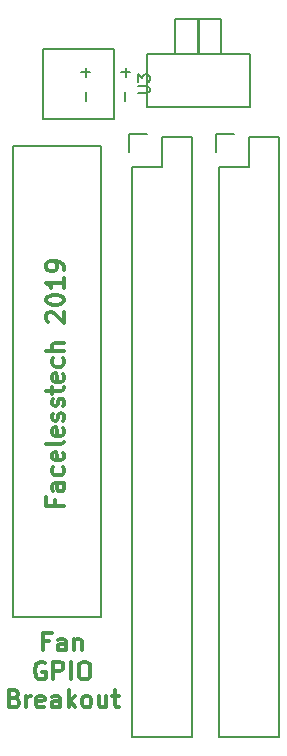
<source format=gbr>
G04 #@! TF.GenerationSoftware,KiCad,Pcbnew,5.0.2+dfsg1-1~bpo9+1*
G04 #@! TF.CreationDate,2019-07-06T14:36:30+01:00*
G04 #@! TF.ProjectId,pi_gpio_breakout_fan,70695f67-7069-46f5-9f62-7265616b6f75,rev?*
G04 #@! TF.SameCoordinates,Original*
G04 #@! TF.FileFunction,Legend,Top*
G04 #@! TF.FilePolarity,Positive*
%FSLAX46Y46*%
G04 Gerber Fmt 4.6, Leading zero omitted, Abs format (unit mm)*
G04 Created by KiCad (PCBNEW 5.0.2+dfsg1-1~bpo9+1) date Sat 06 Jul 2019 14:36:30 BST*
%MOMM*%
%LPD*%
G01*
G04 APERTURE LIST*
%ADD10C,0.300000*%
%ADD11C,0.150000*%
G04 APERTURE END LIST*
D10*
X137343071Y-151137157D02*
X137557357Y-151208585D01*
X137628785Y-151280014D01*
X137700214Y-151422871D01*
X137700214Y-151637157D01*
X137628785Y-151780014D01*
X137557357Y-151851442D01*
X137414500Y-151922871D01*
X136843071Y-151922871D01*
X136843071Y-150422871D01*
X137343071Y-150422871D01*
X137485928Y-150494300D01*
X137557357Y-150565728D01*
X137628785Y-150708585D01*
X137628785Y-150851442D01*
X137557357Y-150994300D01*
X137485928Y-151065728D01*
X137343071Y-151137157D01*
X136843071Y-151137157D01*
X138343071Y-151922871D02*
X138343071Y-150922871D01*
X138343071Y-151208585D02*
X138414500Y-151065728D01*
X138485928Y-150994300D01*
X138628785Y-150922871D01*
X138771642Y-150922871D01*
X139843071Y-151851442D02*
X139700214Y-151922871D01*
X139414500Y-151922871D01*
X139271642Y-151851442D01*
X139200214Y-151708585D01*
X139200214Y-151137157D01*
X139271642Y-150994300D01*
X139414500Y-150922871D01*
X139700214Y-150922871D01*
X139843071Y-150994300D01*
X139914500Y-151137157D01*
X139914500Y-151280014D01*
X139200214Y-151422871D01*
X141200214Y-151922871D02*
X141200214Y-151137157D01*
X141128785Y-150994300D01*
X140985928Y-150922871D01*
X140700214Y-150922871D01*
X140557357Y-150994300D01*
X141200214Y-151851442D02*
X141057357Y-151922871D01*
X140700214Y-151922871D01*
X140557357Y-151851442D01*
X140485928Y-151708585D01*
X140485928Y-151565728D01*
X140557357Y-151422871D01*
X140700214Y-151351442D01*
X141057357Y-151351442D01*
X141200214Y-151280014D01*
X141914500Y-151922871D02*
X141914500Y-150422871D01*
X142057357Y-151351442D02*
X142485928Y-151922871D01*
X142485928Y-150922871D02*
X141914500Y-151494300D01*
X143343071Y-151922871D02*
X143200214Y-151851442D01*
X143128785Y-151780014D01*
X143057357Y-151637157D01*
X143057357Y-151208585D01*
X143128785Y-151065728D01*
X143200214Y-150994300D01*
X143343071Y-150922871D01*
X143557357Y-150922871D01*
X143700214Y-150994300D01*
X143771642Y-151065728D01*
X143843071Y-151208585D01*
X143843071Y-151637157D01*
X143771642Y-151780014D01*
X143700214Y-151851442D01*
X143557357Y-151922871D01*
X143343071Y-151922871D01*
X145128785Y-150922871D02*
X145128785Y-151922871D01*
X144485928Y-150922871D02*
X144485928Y-151708585D01*
X144557357Y-151851442D01*
X144700214Y-151922871D01*
X144914500Y-151922871D01*
X145057357Y-151851442D01*
X145128785Y-151780014D01*
X145628785Y-150922871D02*
X146200214Y-150922871D01*
X145843071Y-150422871D02*
X145843071Y-151708585D01*
X145914500Y-151851442D01*
X146057357Y-151922871D01*
X146200214Y-151922871D01*
X139914500Y-148119400D02*
X139771642Y-148047971D01*
X139557357Y-148047971D01*
X139343071Y-148119400D01*
X139200214Y-148262257D01*
X139128785Y-148405114D01*
X139057357Y-148690828D01*
X139057357Y-148905114D01*
X139128785Y-149190828D01*
X139200214Y-149333685D01*
X139343071Y-149476542D01*
X139557357Y-149547971D01*
X139700214Y-149547971D01*
X139914500Y-149476542D01*
X139985928Y-149405114D01*
X139985928Y-148905114D01*
X139700214Y-148905114D01*
X140628785Y-149547971D02*
X140628785Y-148047971D01*
X141200214Y-148047971D01*
X141343071Y-148119400D01*
X141414500Y-148190828D01*
X141485928Y-148333685D01*
X141485928Y-148547971D01*
X141414500Y-148690828D01*
X141343071Y-148762257D01*
X141200214Y-148833685D01*
X140628785Y-148833685D01*
X142128785Y-149547971D02*
X142128785Y-148047971D01*
X143128785Y-148047971D02*
X143414500Y-148047971D01*
X143557357Y-148119400D01*
X143700214Y-148262257D01*
X143771642Y-148547971D01*
X143771642Y-149047971D01*
X143700214Y-149333685D01*
X143557357Y-149476542D01*
X143414500Y-149547971D01*
X143128785Y-149547971D01*
X142985928Y-149476542D01*
X142843071Y-149333685D01*
X142771642Y-149047971D01*
X142771642Y-148547971D01*
X142843071Y-148262257D01*
X142985928Y-148119400D01*
X143128785Y-148047971D01*
X140271642Y-146311157D02*
X139771642Y-146311157D01*
X139771642Y-147096871D02*
X139771642Y-145596871D01*
X140485928Y-145596871D01*
X141700214Y-147096871D02*
X141700214Y-146311157D01*
X141628785Y-146168300D01*
X141485928Y-146096871D01*
X141200214Y-146096871D01*
X141057357Y-146168300D01*
X141700214Y-147025442D02*
X141557357Y-147096871D01*
X141200214Y-147096871D01*
X141057357Y-147025442D01*
X140985928Y-146882585D01*
X140985928Y-146739728D01*
X141057357Y-146596871D01*
X141200214Y-146525442D01*
X141557357Y-146525442D01*
X141700214Y-146454014D01*
X142414500Y-146096871D02*
X142414500Y-147096871D01*
X142414500Y-146239728D02*
X142485928Y-146168300D01*
X142628785Y-146096871D01*
X142843071Y-146096871D01*
X142985928Y-146168300D01*
X143057357Y-146311157D01*
X143057357Y-147096871D01*
X140748557Y-134344928D02*
X140748557Y-134844928D01*
X141534271Y-134844928D02*
X140034271Y-134844928D01*
X140034271Y-134130642D01*
X141534271Y-132916357D02*
X140748557Y-132916357D01*
X140605700Y-132987785D01*
X140534271Y-133130642D01*
X140534271Y-133416357D01*
X140605700Y-133559214D01*
X141462842Y-132916357D02*
X141534271Y-133059214D01*
X141534271Y-133416357D01*
X141462842Y-133559214D01*
X141319985Y-133630642D01*
X141177128Y-133630642D01*
X141034271Y-133559214D01*
X140962842Y-133416357D01*
X140962842Y-133059214D01*
X140891414Y-132916357D01*
X141462842Y-131559214D02*
X141534271Y-131702071D01*
X141534271Y-131987785D01*
X141462842Y-132130642D01*
X141391414Y-132202071D01*
X141248557Y-132273500D01*
X140819985Y-132273500D01*
X140677128Y-132202071D01*
X140605700Y-132130642D01*
X140534271Y-131987785D01*
X140534271Y-131702071D01*
X140605700Y-131559214D01*
X141462842Y-130344928D02*
X141534271Y-130487785D01*
X141534271Y-130773500D01*
X141462842Y-130916357D01*
X141319985Y-130987785D01*
X140748557Y-130987785D01*
X140605700Y-130916357D01*
X140534271Y-130773500D01*
X140534271Y-130487785D01*
X140605700Y-130344928D01*
X140748557Y-130273500D01*
X140891414Y-130273500D01*
X141034271Y-130987785D01*
X141534271Y-129416357D02*
X141462842Y-129559214D01*
X141319985Y-129630642D01*
X140034271Y-129630642D01*
X141462842Y-128273500D02*
X141534271Y-128416357D01*
X141534271Y-128702071D01*
X141462842Y-128844928D01*
X141319985Y-128916357D01*
X140748557Y-128916357D01*
X140605700Y-128844928D01*
X140534271Y-128702071D01*
X140534271Y-128416357D01*
X140605700Y-128273500D01*
X140748557Y-128202071D01*
X140891414Y-128202071D01*
X141034271Y-128916357D01*
X141462842Y-127630642D02*
X141534271Y-127487785D01*
X141534271Y-127202071D01*
X141462842Y-127059214D01*
X141319985Y-126987785D01*
X141248557Y-126987785D01*
X141105700Y-127059214D01*
X141034271Y-127202071D01*
X141034271Y-127416357D01*
X140962842Y-127559214D01*
X140819985Y-127630642D01*
X140748557Y-127630642D01*
X140605700Y-127559214D01*
X140534271Y-127416357D01*
X140534271Y-127202071D01*
X140605700Y-127059214D01*
X141462842Y-126416357D02*
X141534271Y-126273500D01*
X141534271Y-125987785D01*
X141462842Y-125844928D01*
X141319985Y-125773500D01*
X141248557Y-125773500D01*
X141105700Y-125844928D01*
X141034271Y-125987785D01*
X141034271Y-126202071D01*
X140962842Y-126344928D01*
X140819985Y-126416357D01*
X140748557Y-126416357D01*
X140605700Y-126344928D01*
X140534271Y-126202071D01*
X140534271Y-125987785D01*
X140605700Y-125844928D01*
X140534271Y-125344928D02*
X140534271Y-124773500D01*
X140034271Y-125130642D02*
X141319985Y-125130642D01*
X141462842Y-125059214D01*
X141534271Y-124916357D01*
X141534271Y-124773500D01*
X141462842Y-123702071D02*
X141534271Y-123844928D01*
X141534271Y-124130642D01*
X141462842Y-124273500D01*
X141319985Y-124344928D01*
X140748557Y-124344928D01*
X140605700Y-124273500D01*
X140534271Y-124130642D01*
X140534271Y-123844928D01*
X140605700Y-123702071D01*
X140748557Y-123630642D01*
X140891414Y-123630642D01*
X141034271Y-124344928D01*
X141462842Y-122344928D02*
X141534271Y-122487785D01*
X141534271Y-122773500D01*
X141462842Y-122916357D01*
X141391414Y-122987785D01*
X141248557Y-123059214D01*
X140819985Y-123059214D01*
X140677128Y-122987785D01*
X140605700Y-122916357D01*
X140534271Y-122773500D01*
X140534271Y-122487785D01*
X140605700Y-122344928D01*
X141534271Y-121702071D02*
X140034271Y-121702071D01*
X141534271Y-121059214D02*
X140748557Y-121059214D01*
X140605700Y-121130642D01*
X140534271Y-121273500D01*
X140534271Y-121487785D01*
X140605700Y-121630642D01*
X140677128Y-121702071D01*
X140177128Y-119273500D02*
X140105700Y-119202071D01*
X140034271Y-119059214D01*
X140034271Y-118702071D01*
X140105700Y-118559214D01*
X140177128Y-118487785D01*
X140319985Y-118416357D01*
X140462842Y-118416357D01*
X140677128Y-118487785D01*
X141534271Y-119344928D01*
X141534271Y-118416357D01*
X140034271Y-117487785D02*
X140034271Y-117344928D01*
X140105700Y-117202071D01*
X140177128Y-117130642D01*
X140319985Y-117059214D01*
X140605700Y-116987785D01*
X140962842Y-116987785D01*
X141248557Y-117059214D01*
X141391414Y-117130642D01*
X141462842Y-117202071D01*
X141534271Y-117344928D01*
X141534271Y-117487785D01*
X141462842Y-117630642D01*
X141391414Y-117702071D01*
X141248557Y-117773500D01*
X140962842Y-117844928D01*
X140605700Y-117844928D01*
X140319985Y-117773500D01*
X140177128Y-117702071D01*
X140105700Y-117630642D01*
X140034271Y-117487785D01*
X141534271Y-115559214D02*
X141534271Y-116416357D01*
X141534271Y-115987785D02*
X140034271Y-115987785D01*
X140248557Y-116130642D01*
X140391414Y-116273500D01*
X140462842Y-116416357D01*
X141534271Y-114844928D02*
X141534271Y-114559214D01*
X141462842Y-114416357D01*
X141391414Y-114344928D01*
X141177128Y-114202071D01*
X140891414Y-114130642D01*
X140319985Y-114130642D01*
X140177128Y-114202071D01*
X140105700Y-114273500D01*
X140034271Y-114416357D01*
X140034271Y-114702071D01*
X140105700Y-114844928D01*
X140177128Y-114916357D01*
X140319985Y-114987785D01*
X140677128Y-114987785D01*
X140819985Y-114916357D01*
X140891414Y-114844928D01*
X140962842Y-114702071D01*
X140962842Y-114416357D01*
X140891414Y-114273500D01*
X140819985Y-114202071D01*
X140677128Y-114130642D01*
D11*
G04 #@! TO.C,U1*
X159766000Y-154432000D02*
X159766000Y-103632000D01*
X154686000Y-106172000D02*
X154686000Y-154432000D01*
X159766000Y-154432000D02*
X154686000Y-154432000D01*
X159766000Y-103632000D02*
X157226000Y-103632000D01*
X155956000Y-103352000D02*
X154406000Y-103352000D01*
X157226000Y-103632000D02*
X157226000Y-106172000D01*
X157226000Y-106172000D02*
X154686000Y-106172000D01*
X154406000Y-103352000D02*
X154406000Y-104902000D01*
G04 #@! TO.C,U2*
X152400000Y-154432000D02*
X152400000Y-103632000D01*
X147320000Y-106172000D02*
X147320000Y-154432000D01*
X152400000Y-154432000D02*
X147320000Y-154432000D01*
X152400000Y-103632000D02*
X149860000Y-103632000D01*
X148590000Y-103352000D02*
X147040000Y-103352000D01*
X149860000Y-103632000D02*
X149860000Y-106172000D01*
X149860000Y-106172000D02*
X147320000Y-106172000D01*
X147040000Y-103352000D02*
X147040000Y-104902000D01*
G04 #@! TO.C,U3*
X144907000Y-102120700D02*
X142494000Y-102120700D01*
X145770600Y-102120700D02*
X145770600Y-96139000D01*
X145770600Y-96139000D02*
X139763500Y-96139000D01*
X139763500Y-96139000D02*
X139763500Y-102120700D01*
X139763500Y-102120700D02*
X145783300Y-102133400D01*
G04 #@! TO.C,M1*
X137198100Y-144221200D02*
X144691100Y-144221200D01*
X144691100Y-144221200D02*
X144691100Y-104343200D01*
X144691100Y-104343200D02*
X137198100Y-104343200D01*
X137198100Y-104343200D02*
X137198100Y-144221200D01*
G04 #@! TO.C,SW1*
X157251400Y-101079300D02*
X157251400Y-96634300D01*
X148539200Y-96634300D02*
X148539200Y-101079300D01*
X148539200Y-101079300D02*
X157251400Y-101079300D01*
X148539200Y-96634300D02*
X157251400Y-96634300D01*
X150939500Y-96634300D02*
X150939500Y-93624400D01*
X152831800Y-93624400D02*
X154838400Y-93624400D01*
X152946100Y-93624400D02*
X152946100Y-96634300D01*
X152844500Y-96634300D02*
X152844500Y-93624400D01*
X150939500Y-93624400D02*
X152946100Y-93624400D01*
X154838400Y-96634300D02*
X154838400Y-93624400D01*
G04 #@! TO.C,U3*
X147788380Y-99898104D02*
X148597904Y-99898104D01*
X148693142Y-99850485D01*
X148740761Y-99802866D01*
X148788380Y-99707628D01*
X148788380Y-99517152D01*
X148740761Y-99421914D01*
X148693142Y-99374295D01*
X148597904Y-99326676D01*
X147788380Y-99326676D01*
X147788380Y-98945723D02*
X147788380Y-98326676D01*
X148169333Y-98660009D01*
X148169333Y-98517152D01*
X148216952Y-98421914D01*
X148264571Y-98374295D01*
X148359809Y-98326676D01*
X148597904Y-98326676D01*
X148693142Y-98374295D01*
X148740761Y-98421914D01*
X148788380Y-98517152D01*
X148788380Y-98802866D01*
X148740761Y-98898104D01*
X148693142Y-98945723D01*
X143390928Y-98501152D02*
X143390928Y-97739247D01*
X143771880Y-98120200D02*
X143009976Y-98120200D01*
X143422619Y-100596652D02*
X143422619Y-99834747D01*
X146731028Y-100533152D02*
X146731028Y-99771247D01*
X146743728Y-98501152D02*
X146743728Y-97739247D01*
X147124680Y-98120200D02*
X146362776Y-98120200D01*
G04 #@! TD*
M02*

</source>
